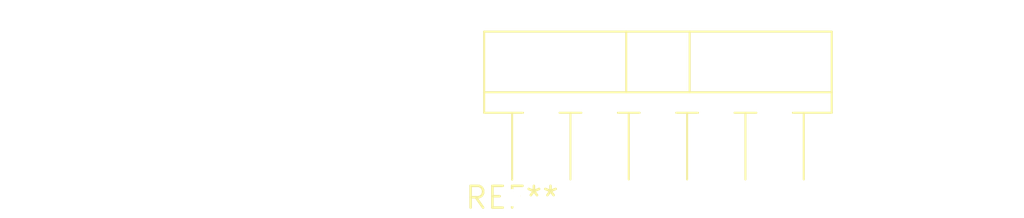
<source format=kicad_pcb>
(kicad_pcb (version 20240108) (generator pcbnew)
  (layers (0 "F.Cu" signal) (31 "B.Cu" signal) (34 "B.Paste" user) (35 "F.Paste" user) (36 "B.SilkS" user "B.Silkscreen") (37 "F.SilkS" user "F.Silkscreen") (38 "B.Mask" user) (39 "F.Mask" user) (44 "Edge.Cuts" user))
  (net 0 "")
  (footprint "TO-220F-11_P3.4x5.08mm_StaggerOdd_Lead5.08mm_Vertical" (layer "F.Cu") (at 0 0)
    (property "Reference" "REF**")
    (property "Value" "TO-220F-11_P3.4x5.08mm_StaggerOdd_Lead5.08mm_Vertical")
    (fp_line (start -1.63 -9.7) (end -1.63 -4.959) (layer "F.SilkS") (stroke (width 0.12)))
    (fp_line (start -1.63 -9.7) (end 18.63 -9.7) (layer "F.SilkS") (stroke (width 0.12)))
    (fp_line (start -1.63 -6.16) (end 18.63 -6.16) (layer "F.SilkS") (stroke (width 0.12)))
    (fp_line (start -1.63 -4.959) (end 0.635 -4.959) (layer "F.SilkS") (stroke (width 0.12)))
    (fp_line (start 0 -4.959) (end 0 -1.05) (layer "F.SilkS") (stroke (width 0.12)))
    (fp_line (start 2.765 -4.959) (end 4.035 -4.959) (layer "F.SilkS") (stroke (width 0.12)))
    (fp_line (start 3.4 -4.959) (end 3.4 -1.065) (layer "F.SilkS") (stroke (width 0.12)))
    (fp_line (start 6.165 -4.959) (end 7.435 -4.959) (layer "F.SilkS") (stroke (width 0.12)))
    (fp_line (start 6.65 -9.7) (end 6.65 -6.16) (layer "F.SilkS") (stroke (width 0.12)))
    (fp_line (start 6.8 -4.959) (end 6.8 -1.065) (layer "F.SilkS") (stroke (width 0.12)))
    (fp_line (start 9.566 -4.959) (end 10.835 -4.959) (layer "F.SilkS") (stroke (width 0.12)))
    (fp_line (start 10.2 -4.959) (end 10.2 -1.065) (layer "F.SilkS") (stroke (width 0.12)))
    (fp_line (start 10.35 -9.7) (end 10.35 -6.16) (layer "F.SilkS") (stroke (width 0.12)))
    (fp_line (start 12.965 -4.959) (end 14.235 -4.959) (layer "F.SilkS") (stroke (width 0.12)))
    (fp_line (start 13.6 -4.959) (end 13.6 -1.065) (layer "F.SilkS") (stroke (width 0.12)))
    (fp_line (start 16.365 -4.959) (end 18.63 -4.959) (layer "F.SilkS") (stroke (width 0.12)))
    (fp_line (start 17 -4.959) (end 17 -1.065) (layer "F.SilkS") (stroke (width 0.12)))
    (fp_line (start 18.63 -9.7) (end 18.63 -4.959) (layer "F.SilkS") (stroke (width 0.12)))
    (pad "1" thru_hole rect (at 0 0) (size 1.8 1.8) (drill 1) (layers *.Cu *.Mask) (remove_unused_layers))
    (pad "2" thru_hole oval (at 1.7 -5.08) (size 1.8 1.8) (drill 1) (layers *.Cu *.Mask) (remove_unused_layers))
    (pad "3" thru_hole oval (at 3.4 0) (size 1.8 1.8) (drill 1) (layers *.Cu *.Mask) (remove_unused_layers))
    (pad "4" thru_hole oval (at 5.1 -5.08) (size 1.8 1.8) (drill 1) (layers *.Cu *.Mask) (remove_unused_layers))
    (pad "5" thru_hole oval (at 6.8 0) (size 1.8 1.8) (drill 1) (layers *.Cu *.Mask) (remove_unused_layers))
    (pad "6" thru_hole oval (at 8.5 -5.08) (size 1.8 1.8) (drill 1) (layers *.Cu *.Mask) (remove_unused_layers))
    (pad "7" thru_hole oval (at 10.2 0) (size 1.8 1.8) (drill 1) (layers *.Cu *.Mask) (remove_unused_layers))
    (pad "8" thru_hole oval (at 11.9 -5.08) (size 1.8 1.8) (drill 1) (layers *.Cu *.Mask) (remove_unused_layers))
    (pad "9" thru_hole oval (at 13.6 0) (size 1.8 1.8) (drill 1) (layers *.Cu *.Mask) (remove_unused_layers))
    (pad "10" thru_hole oval (at 15.3 -5.08) (size 1.8 1.8) (drill 1) (layers *.Cu *.Mask) (remove_unused_layers))
    (pad "11" thru_hole oval (at 17 0) (size 1.8 1.8) (drill 1) (layers *.Cu *.Mask) (remove_unused_layers))
  )
)
</source>
